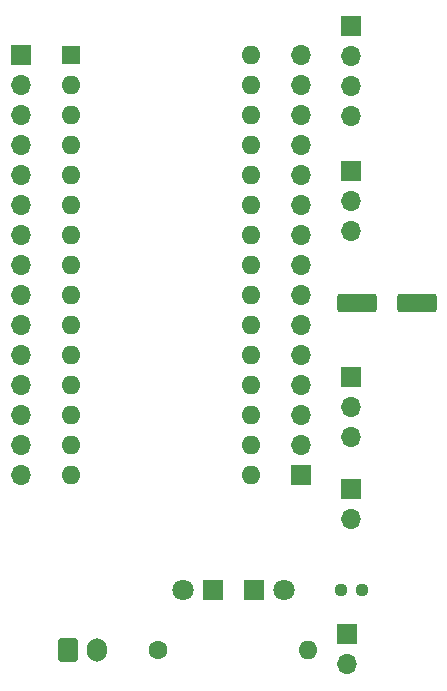
<source format=gbr>
%TF.GenerationSoftware,KiCad,Pcbnew,8.0.3*%
%TF.CreationDate,2024-09-22T14:49:30+02:00*%
%TF.ProjectId,pcb_robot,7063625f-726f-4626-9f74-2e6b69636164,rev?*%
%TF.SameCoordinates,Original*%
%TF.FileFunction,Soldermask,Top*%
%TF.FilePolarity,Negative*%
%FSLAX46Y46*%
G04 Gerber Fmt 4.6, Leading zero omitted, Abs format (unit mm)*
G04 Created by KiCad (PCBNEW 8.0.3) date 2024-09-22 14:49:30*
%MOMM*%
%LPD*%
G01*
G04 APERTURE LIST*
G04 Aperture macros list*
%AMRoundRect*
0 Rectangle with rounded corners*
0 $1 Rounding radius*
0 $2 $3 $4 $5 $6 $7 $8 $9 X,Y pos of 4 corners*
0 Add a 4 corners polygon primitive as box body*
4,1,4,$2,$3,$4,$5,$6,$7,$8,$9,$2,$3,0*
0 Add four circle primitives for the rounded corners*
1,1,$1+$1,$2,$3*
1,1,$1+$1,$4,$5*
1,1,$1+$1,$6,$7*
1,1,$1+$1,$8,$9*
0 Add four rect primitives between the rounded corners*
20,1,$1+$1,$2,$3,$4,$5,0*
20,1,$1+$1,$4,$5,$6,$7,0*
20,1,$1+$1,$6,$7,$8,$9,0*
20,1,$1+$1,$8,$9,$2,$3,0*%
G04 Aperture macros list end*
%ADD10R,1.700000X1.700000*%
%ADD11O,1.700000X1.700000*%
%ADD12RoundRect,0.250000X-0.600000X-0.750000X0.600000X-0.750000X0.600000X0.750000X-0.600000X0.750000X0*%
%ADD13O,1.700000X2.000000*%
%ADD14R,1.800000X1.800000*%
%ADD15C,1.800000*%
%ADD16C,1.600000*%
%ADD17O,1.600000X1.600000*%
%ADD18R,1.600000X1.600000*%
%ADD19RoundRect,0.250000X-1.412500X-0.550000X1.412500X-0.550000X1.412500X0.550000X-1.412500X0.550000X0*%
%ADD20RoundRect,0.237500X0.250000X0.237500X-0.250000X0.237500X-0.250000X-0.237500X0.250000X-0.237500X0*%
G04 APERTURE END LIST*
D10*
%TO.C,J7*%
X158000000Y-59200000D03*
D11*
X158000000Y-61740000D03*
X158000000Y-64280000D03*
X158000000Y-66820000D03*
%TD*%
D12*
%TO.C,J5*%
X134000000Y-112000000D03*
D13*
X136500000Y-112000000D03*
%TD*%
D14*
%TO.C,D1*%
X149730000Y-107000000D03*
D15*
X152270000Y-107000000D03*
%TD*%
D10*
%TO.C,J6*%
X158003632Y-98430000D03*
D11*
X158003632Y-100970000D03*
%TD*%
D10*
%TO.C,J2*%
X158000000Y-88920000D03*
D11*
X158000000Y-91460000D03*
X158000000Y-94000000D03*
%TD*%
D10*
%TO.C,J4*%
X157625000Y-110725000D03*
D11*
X157625000Y-113265000D03*
%TD*%
D10*
%TO.C,J9*%
X153703632Y-97200000D03*
D11*
X153703632Y-94660000D03*
X153703632Y-92120000D03*
X153703632Y-89580000D03*
X153703632Y-87040000D03*
X153703632Y-84500000D03*
X153703632Y-81960000D03*
X153703632Y-79420000D03*
X153703632Y-76880000D03*
X153703632Y-74340000D03*
X153703632Y-71800000D03*
X153703632Y-69260000D03*
X153703632Y-66720000D03*
X153703632Y-64180000D03*
X153703632Y-61640000D03*
%TD*%
D10*
%TO.C,J10*%
X130000000Y-61640000D03*
D11*
X130000000Y-64180000D03*
X130000000Y-66720000D03*
X130000000Y-69260000D03*
X130000000Y-71800000D03*
X130000000Y-74340000D03*
X130000000Y-76880000D03*
X130000000Y-79420000D03*
X130000000Y-81960000D03*
X130000000Y-84500000D03*
X130000000Y-87040000D03*
X130000000Y-89580000D03*
X130000000Y-92120000D03*
X130000000Y-94660000D03*
X130000000Y-97200000D03*
%TD*%
D14*
%TO.C,D2*%
X146270000Y-107000000D03*
D15*
X143730000Y-107000000D03*
%TD*%
D16*
%TO.C,F1*%
X141650000Y-112000000D03*
D17*
X154350000Y-112000000D03*
%TD*%
D10*
%TO.C,J3*%
X158000000Y-71475000D03*
D11*
X158000000Y-74015000D03*
X158000000Y-76555000D03*
%TD*%
D18*
%TO.C,A1*%
X134290000Y-61650000D03*
D17*
X134290000Y-64190000D03*
X134290000Y-66730000D03*
X134290000Y-69270000D03*
X134290000Y-71810000D03*
X134290000Y-74350000D03*
X134290000Y-76890000D03*
X134290000Y-79430000D03*
X134290000Y-81970000D03*
X134290000Y-84510000D03*
X134290000Y-87050000D03*
X134290000Y-89590000D03*
X134290000Y-92130000D03*
X134290000Y-94670000D03*
X134290000Y-97210000D03*
X149530000Y-97210000D03*
X149530000Y-94670000D03*
X149530000Y-92130000D03*
X149530000Y-89590000D03*
X149530000Y-87050000D03*
X149530000Y-84510000D03*
X149530000Y-81970000D03*
X149530000Y-79430000D03*
X149530000Y-76890000D03*
X149530000Y-74350000D03*
X149530000Y-71810000D03*
X149530000Y-69270000D03*
X149530000Y-66730000D03*
X149530000Y-64190000D03*
X149530000Y-61650000D03*
%TD*%
D19*
%TO.C,C1*%
X158462500Y-82635197D03*
X163537500Y-82635197D03*
%TD*%
D20*
%TO.C,R1*%
X158912500Y-107000000D03*
X157087500Y-107000000D03*
%TD*%
M02*

</source>
